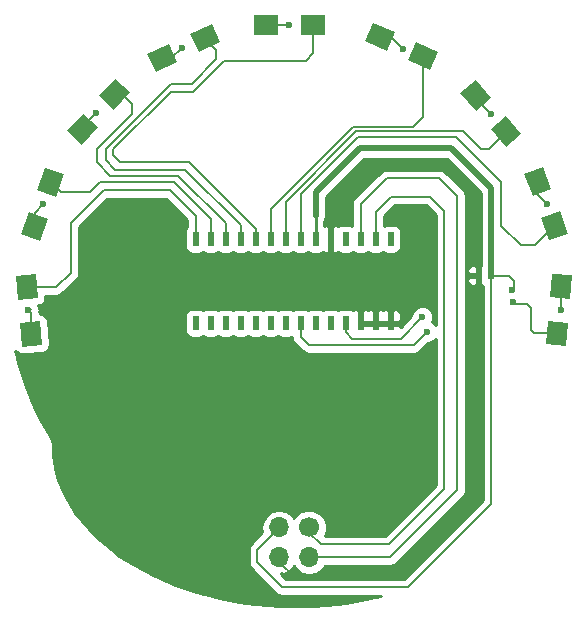
<source format=gbl>
G04 #@! TF.FileFunction,Copper,L2,Bot,Signal*
%FSLAX46Y46*%
G04 Gerber Fmt 4.6, Leading zero omitted, Abs format (unit mm)*
G04 Created by KiCad (PCBNEW 4.0.7) date 05/31/18 14:34:10*
%MOMM*%
%LPD*%
G01*
G04 APERTURE LIST*
%ADD10C,0.100000*%
%ADD11C,1.700000*%
%ADD12O,1.700000X1.700000*%
%ADD13R,0.600000X0.500000*%
%ADD14R,2.000000X1.700000*%
%ADD15R,0.508000X1.143000*%
%ADD16C,0.600000*%
%ADD17C,0.200000*%
%ADD18C,0.500000*%
%ADD19C,0.250000*%
%ADD20C,0.254000*%
G04 APERTURE END LIST*
D10*
D11*
X100406200Y-120421400D03*
D12*
X100406200Y-122961400D03*
X97866200Y-120421400D03*
X97866200Y-122961400D03*
D13*
X115805040Y-99100640D03*
X114705040Y-99100640D03*
D10*
G36*
X111290363Y-80148896D02*
X110598910Y-81701923D01*
X108771819Y-80888450D01*
X109463272Y-79335423D01*
X111290363Y-80148896D01*
X111290363Y-80148896D01*
G37*
G36*
X107636181Y-78521950D02*
X106944728Y-80074977D01*
X105117637Y-79261504D01*
X105809090Y-77708477D01*
X107636181Y-78521950D01*
X107636181Y-78521950D01*
G37*
G36*
X75548968Y-99142699D02*
X77242499Y-98994534D01*
X77416810Y-100986923D01*
X75723279Y-101135088D01*
X75548968Y-99142699D01*
X75548968Y-99142699D01*
G37*
G36*
X75897590Y-103127477D02*
X77591121Y-102979312D01*
X77765432Y-104971701D01*
X76071901Y-105119866D01*
X75897590Y-103127477D01*
X75897590Y-103127477D01*
G37*
G36*
X78052921Y-89955805D02*
X79650399Y-90537240D01*
X78966359Y-92416625D01*
X77368881Y-91835190D01*
X78052921Y-89955805D01*
X78052921Y-89955805D01*
G37*
G36*
X76684841Y-93714575D02*
X78282319Y-94296010D01*
X77598279Y-96175395D01*
X76000801Y-95593960D01*
X76684841Y-93714575D01*
X76684841Y-93714575D01*
G37*
G36*
X83925719Y-82444204D02*
X85189065Y-83581726D01*
X83850803Y-85068016D01*
X82587457Y-83930494D01*
X83925719Y-82444204D01*
X83925719Y-82444204D01*
G37*
G36*
X81249197Y-85416784D02*
X82512543Y-86554306D01*
X81174281Y-88040596D01*
X79910935Y-86903074D01*
X81249197Y-85416784D01*
X81249197Y-85416784D01*
G37*
G36*
X92123298Y-77819383D02*
X92841749Y-79360106D01*
X91029134Y-80205343D01*
X90310683Y-78664620D01*
X92123298Y-77819383D01*
X92123298Y-77819383D01*
G37*
G36*
X88498066Y-79509857D02*
X89216517Y-81050580D01*
X87403902Y-81895817D01*
X86685451Y-80355094D01*
X88498066Y-79509857D01*
X88498066Y-79509857D01*
G37*
D14*
X100755200Y-77876400D03*
X96755200Y-77876400D03*
D10*
G36*
X118352700Y-87146564D02*
X117050425Y-88239303D01*
X115764850Y-86707214D01*
X117067125Y-85614475D01*
X118352700Y-87146564D01*
X118352700Y-87146564D01*
G37*
G36*
X115781550Y-84082386D02*
X114479275Y-85175125D01*
X113193700Y-83643036D01*
X114495975Y-82550297D01*
X115781550Y-84082386D01*
X115781550Y-84082386D01*
G37*
G36*
X122271599Y-95543160D02*
X120674121Y-96124595D01*
X119990081Y-94245210D01*
X121587559Y-93663775D01*
X122271599Y-95543160D01*
X122271599Y-95543160D01*
G37*
G36*
X120903519Y-91784390D02*
X119306041Y-92365825D01*
X118622001Y-90486440D01*
X120219479Y-89905005D01*
X120903519Y-91784390D01*
X120903519Y-91784390D01*
G37*
G36*
X122149699Y-105069066D02*
X120456168Y-104920901D01*
X120630479Y-102928512D01*
X122324010Y-103076677D01*
X122149699Y-105069066D01*
X122149699Y-105069066D01*
G37*
G36*
X122498321Y-101084288D02*
X120804790Y-100936123D01*
X120979101Y-98943734D01*
X122672632Y-99091899D01*
X122498321Y-101084288D01*
X122498321Y-101084288D01*
G37*
D15*
X90766900Y-96024700D03*
X92036900Y-96024700D03*
X93306900Y-96024700D03*
X94576900Y-96024700D03*
X95846900Y-96024700D03*
X97116900Y-96024700D03*
X98386900Y-96024700D03*
X99656900Y-96024700D03*
X100926900Y-96024700D03*
X102196900Y-96024700D03*
X103466900Y-96024700D03*
X104736900Y-96024700D03*
X106006900Y-96024700D03*
X107276900Y-96024700D03*
X107276900Y-103136700D03*
X106006900Y-103136700D03*
X104736900Y-103136700D03*
X103466900Y-103136700D03*
X102196900Y-103136700D03*
X100926900Y-103136700D03*
X99656900Y-103136700D03*
X98386900Y-103136700D03*
X97116900Y-103136700D03*
X95846900Y-103136700D03*
X94576900Y-103136700D03*
X93306900Y-103136700D03*
X92036900Y-103136700D03*
X90766900Y-103136700D03*
D16*
X117602000Y-100360480D03*
X109971840Y-102651560D03*
X76611480Y-102011480D03*
X77871320Y-93040200D03*
X82336640Y-85308440D03*
X89611200Y-79822040D03*
X98719640Y-77917040D03*
X108356400Y-79898240D03*
X115783360Y-85440520D03*
X120548400Y-93080840D03*
X121732040Y-102031800D03*
X117683280Y-101366320D03*
X110363000Y-103855520D03*
D17*
X103466900Y-103136700D02*
X103466900Y-103913940D01*
X117287040Y-99100640D02*
X115805040Y-99100640D01*
X117713760Y-99527360D02*
X117287040Y-99100640D01*
X117713760Y-100248720D02*
X117713760Y-99527360D01*
X117602000Y-100360480D02*
X117713760Y-100248720D01*
X108153200Y-104470200D02*
X109971840Y-102651560D01*
X104023160Y-104470200D02*
X108153200Y-104470200D01*
X103466900Y-103913940D02*
X104023160Y-104470200D01*
D18*
X100926900Y-94033340D02*
X100926900Y-92052140D01*
X115805040Y-91725840D02*
X115805040Y-99100640D01*
X112395000Y-88315800D02*
X115805040Y-91725840D01*
X104663240Y-88315800D02*
X112395000Y-88315800D01*
X100926900Y-92052140D02*
X104663240Y-88315800D01*
D17*
X97866200Y-120421400D02*
X97866200Y-120456960D01*
X97866200Y-120456960D02*
X96001840Y-122321320D01*
X115805040Y-118443920D02*
X115805040Y-99100640D01*
X108742480Y-125506480D02*
X115805040Y-118443920D01*
X98125280Y-125506480D02*
X108742480Y-125506480D01*
X96001840Y-123383040D02*
X98125280Y-125506480D01*
X96001840Y-122321320D02*
X96001840Y-123383040D01*
D19*
X100926900Y-96024700D02*
X100926900Y-94033340D01*
D17*
X104736900Y-103136700D02*
X104736900Y-100688140D01*
X102196900Y-99189540D02*
X102196900Y-97950020D01*
X103266240Y-100258880D02*
X102196900Y-99189540D01*
X104307640Y-100258880D02*
X103266240Y-100258880D01*
X104736900Y-100688140D02*
X104307640Y-100258880D01*
X106006900Y-103136700D02*
X106006900Y-100490020D01*
X102196900Y-97950020D02*
X102196900Y-97076260D01*
X103916480Y-99669600D02*
X102196900Y-97950020D01*
X105186480Y-99669600D02*
X103916480Y-99669600D01*
X106006900Y-100490020D02*
X105186480Y-99669600D01*
X107276900Y-103136700D02*
X107276900Y-100083620D01*
X102196900Y-97076260D02*
X102196900Y-96024700D01*
X104043480Y-98922840D02*
X102196900Y-97076260D01*
X106116120Y-98922840D02*
X104043480Y-98922840D01*
X107276900Y-100083620D02*
X106116120Y-98922840D01*
X102196900Y-96024700D02*
X102196900Y-93108780D01*
X102196900Y-93108780D02*
X105704640Y-89601040D01*
X105704640Y-89601040D02*
X111831120Y-89601040D01*
X111831120Y-89601040D02*
X114705040Y-92474960D01*
X114705040Y-92474960D02*
X114705040Y-99100640D01*
X97866200Y-122961400D02*
X97866200Y-123347480D01*
X97866200Y-123347480D02*
X99435920Y-124917200D01*
X114730440Y-118456800D02*
X114730440Y-99019360D01*
X108270040Y-124917200D02*
X114730440Y-118456800D01*
X99435920Y-124917200D02*
X108270040Y-124917200D01*
X76831511Y-104049589D02*
X76831511Y-102231511D01*
X76831511Y-102231511D02*
X76611480Y-102011480D01*
X76831511Y-102053711D02*
X76733400Y-101955600D01*
X77141560Y-93769960D02*
X77141560Y-94944985D01*
X77871320Y-93040200D02*
X77141560Y-93769960D01*
X81211739Y-86728690D02*
X81211739Y-86433341D01*
X81211739Y-86433341D02*
X82336640Y-85308440D01*
X87950984Y-80702837D02*
X88730403Y-80702837D01*
X88730403Y-80702837D02*
X89611200Y-79822040D01*
X96755200Y-77876400D02*
X98679000Y-77876400D01*
X98679000Y-77876400D02*
X98719640Y-77917040D01*
X106376909Y-78891727D02*
X107349887Y-78891727D01*
X107349887Y-78891727D02*
X108356400Y-79898240D01*
X114487625Y-83862711D02*
X114487625Y-84144785D01*
X114487625Y-84144785D02*
X115783360Y-85440520D01*
X119762760Y-91135415D02*
X119762760Y-92295200D01*
X119762760Y-92295200D02*
X120548400Y-93080840D01*
X121738711Y-100014011D02*
X121738711Y-102025129D01*
X121738711Y-102025129D02*
X121732040Y-102031800D01*
X90766900Y-96024700D02*
X90766900Y-94063820D01*
X78974709Y-100064811D02*
X76482889Y-100064811D01*
X80187800Y-98851720D02*
X78974709Y-100064811D01*
X80187800Y-94660720D02*
X80187800Y-98851720D01*
X82981800Y-91866720D02*
X80187800Y-94660720D01*
X88569800Y-91866720D02*
X82981800Y-91866720D01*
X90766900Y-94063820D02*
X88569800Y-91866720D01*
X92036900Y-96024700D02*
X92036900Y-94272100D01*
X79357785Y-92034360D02*
X78509640Y-91186215D01*
X81864200Y-92034360D02*
X79357785Y-92034360D01*
X82702400Y-91196160D02*
X81864200Y-92034360D01*
X88960960Y-91196160D02*
X82702400Y-91196160D01*
X92036900Y-94272100D02*
X88960960Y-91196160D01*
X93306900Y-96024700D02*
X93306900Y-94648020D01*
X85384640Y-84602320D02*
X84538430Y-83756110D01*
X85384640Y-85440520D02*
X85384640Y-84602320D01*
X82423000Y-88402160D02*
X85384640Y-85440520D01*
X82423000Y-89519760D02*
X82423000Y-88402160D01*
X83540600Y-90637360D02*
X82423000Y-89519760D01*
X89296240Y-90637360D02*
X83540600Y-90637360D01*
X93306900Y-94648020D02*
X89296240Y-90637360D01*
X84538430Y-83756110D02*
X83888261Y-83756110D01*
X94576900Y-96024700D02*
X94576900Y-94856300D01*
X92537280Y-79973427D02*
X91576216Y-79012363D01*
X92537280Y-80802480D02*
X92537280Y-79973427D01*
X90469720Y-82870040D02*
X92537280Y-80802480D01*
X88681560Y-82870040D02*
X90469720Y-82870040D01*
X83149440Y-88402160D02*
X88681560Y-82870040D01*
X83149440Y-89296240D02*
X83149440Y-88402160D01*
X83987640Y-90134440D02*
X83149440Y-89296240D01*
X89855040Y-90134440D02*
X83987640Y-90134440D01*
X94576900Y-94856300D02*
X89855040Y-90134440D01*
X95846900Y-96024700D02*
X95846900Y-95120460D01*
X100755200Y-80240120D02*
X100755200Y-77876400D01*
X100081080Y-80914240D02*
X100755200Y-80240120D01*
X93207840Y-80914240D02*
X100081080Y-80914240D01*
X90581480Y-83540600D02*
X93207840Y-80914240D01*
X88681560Y-83540600D02*
X90581480Y-83540600D01*
X83823444Y-88398716D02*
X88681560Y-83540600D01*
X83823444Y-88908524D02*
X83823444Y-88398716D01*
X84378800Y-89463880D02*
X83823444Y-88908524D01*
X90190320Y-89463880D02*
X84378800Y-89463880D01*
X95846900Y-95120460D02*
X90190320Y-89463880D01*
X97116900Y-96024700D02*
X97116900Y-93499940D01*
X110031091Y-85650509D02*
X110031091Y-80518673D01*
X109194600Y-86487000D02*
X110031091Y-85650509D01*
X104129840Y-86487000D02*
X109194600Y-86487000D01*
X97116900Y-93499940D02*
X104129840Y-86487000D01*
X98386900Y-96024700D02*
X98386900Y-92834460D01*
X115583504Y-88402160D02*
X117058775Y-86926889D01*
X114914680Y-88402160D02*
X115583504Y-88402160D01*
X113405920Y-86893400D02*
X114914680Y-88402160D01*
X104327960Y-86893400D02*
X113405920Y-86893400D01*
X98386900Y-92834460D02*
X104327960Y-86893400D01*
X99656900Y-96024700D02*
X99656900Y-92235020D01*
X119515185Y-96509840D02*
X121130840Y-94894185D01*
X118303040Y-96509840D02*
X119515185Y-96509840D01*
X116662200Y-94869000D02*
X118303040Y-96509840D01*
X116662200Y-91150440D02*
X116662200Y-94869000D01*
X112852200Y-87340440D02*
X116662200Y-91150440D01*
X104551480Y-87340440D02*
X112852200Y-87340440D01*
X99656900Y-92235020D02*
X104551480Y-87340440D01*
X99656900Y-103136700D02*
X99656900Y-104264460D01*
X119447069Y-103998789D02*
X121390089Y-103998789D01*
X119166640Y-103718360D02*
X119447069Y-103998789D01*
X119166640Y-101843840D02*
X119166640Y-103718360D01*
X118831360Y-101508560D02*
X119166640Y-101843840D01*
X117825520Y-101508560D02*
X118831360Y-101508560D01*
X117683280Y-101366320D02*
X117825520Y-101508560D01*
X109245400Y-104973120D02*
X110363000Y-103855520D01*
X100365560Y-104973120D02*
X109245400Y-104973120D01*
X99656900Y-104264460D02*
X100365560Y-104973120D01*
X120837398Y-104551480D02*
X121390089Y-103998789D01*
X100406200Y-122961400D02*
X107213400Y-122961400D01*
X104736900Y-93078300D02*
X104736900Y-96024700D01*
X106954320Y-90860880D02*
X104736900Y-93078300D01*
X111394240Y-90860880D02*
X106954320Y-90860880D01*
X112938560Y-92405200D02*
X111394240Y-90860880D01*
X112938560Y-117236240D02*
X112938560Y-92405200D01*
X107213400Y-122961400D02*
X112938560Y-117236240D01*
X100406200Y-120421400D02*
X100406200Y-120858280D01*
X100406200Y-120858280D02*
X101396800Y-121848880D01*
X101396800Y-121848880D02*
X107121960Y-121848880D01*
X107121960Y-121848880D02*
X111836200Y-117134640D01*
X111836200Y-117134640D02*
X111836200Y-93670120D01*
X111836200Y-93670120D02*
X110586520Y-92420440D01*
X110586520Y-92420440D02*
X107325160Y-92420440D01*
X107325160Y-92420440D02*
X106006900Y-93738700D01*
X106006900Y-93738700D02*
X106006900Y-96024700D01*
D20*
G36*
X114920040Y-92092419D02*
X114920040Y-98286390D01*
X114832040Y-98374390D01*
X114832040Y-98975640D01*
X114852040Y-98975640D01*
X114852040Y-99225640D01*
X114832040Y-99225640D01*
X114832040Y-99826890D01*
X114990790Y-99985640D01*
X115070040Y-99985640D01*
X115070040Y-118139473D01*
X108438034Y-124771480D01*
X98429727Y-124771480D01*
X97993202Y-124334955D01*
X97993202Y-124282220D01*
X98223092Y-124402886D01*
X98747558Y-124156583D01*
X99137845Y-123728324D01*
X99137855Y-123728299D01*
X99327053Y-124011454D01*
X99808822Y-124333361D01*
X100377107Y-124446400D01*
X100435293Y-124446400D01*
X101003578Y-124333361D01*
X101485347Y-124011454D01*
X101695859Y-123696400D01*
X107213400Y-123696400D01*
X107494672Y-123640451D01*
X107733123Y-123481123D01*
X113458284Y-117755963D01*
X113617611Y-117517512D01*
X113631714Y-117446613D01*
X113673560Y-117236240D01*
X113673560Y-99384390D01*
X113770040Y-99384390D01*
X113770040Y-99476950D01*
X113866713Y-99710339D01*
X114045342Y-99888967D01*
X114278731Y-99985640D01*
X114419290Y-99985640D01*
X114578040Y-99826890D01*
X114578040Y-99225640D01*
X113928790Y-99225640D01*
X113770040Y-99384390D01*
X113673560Y-99384390D01*
X113673560Y-98724330D01*
X113770040Y-98724330D01*
X113770040Y-98816890D01*
X113928790Y-98975640D01*
X114578040Y-98975640D01*
X114578040Y-98374390D01*
X114419290Y-98215640D01*
X114278731Y-98215640D01*
X114045342Y-98312313D01*
X113866713Y-98490941D01*
X113770040Y-98724330D01*
X113673560Y-98724330D01*
X113673560Y-92405200D01*
X113617611Y-92123928D01*
X113578965Y-92066090D01*
X113458283Y-91885476D01*
X111913963Y-90341157D01*
X111675512Y-90181829D01*
X111674331Y-90181594D01*
X111394240Y-90125880D01*
X106954320Y-90125880D01*
X106743953Y-90167725D01*
X106673047Y-90181829D01*
X106434596Y-90341157D01*
X104217177Y-92558577D01*
X104057849Y-92797028D01*
X104001900Y-93078300D01*
X104001900Y-94876659D01*
X103972790Y-94856769D01*
X103720900Y-94805760D01*
X103212900Y-94805760D01*
X102977583Y-94850038D01*
X102836529Y-94940804D01*
X102810598Y-94914873D01*
X102577209Y-94818200D01*
X102482650Y-94818200D01*
X102323900Y-94976950D01*
X102323900Y-95897700D01*
X102343900Y-95897700D01*
X102343900Y-96151700D01*
X102323900Y-96151700D01*
X102323900Y-97072450D01*
X102482650Y-97231200D01*
X102577209Y-97231200D01*
X102810598Y-97134527D01*
X102837135Y-97107991D01*
X102961010Y-97192631D01*
X103212900Y-97243640D01*
X103720900Y-97243640D01*
X103956217Y-97199362D01*
X104102807Y-97105034D01*
X104231010Y-97192631D01*
X104482900Y-97243640D01*
X104990900Y-97243640D01*
X105226217Y-97199362D01*
X105372807Y-97105034D01*
X105501010Y-97192631D01*
X105752900Y-97243640D01*
X106260900Y-97243640D01*
X106496217Y-97199362D01*
X106642807Y-97105034D01*
X106771010Y-97192631D01*
X107022900Y-97243640D01*
X107530900Y-97243640D01*
X107766217Y-97199362D01*
X107982341Y-97060290D01*
X108127331Y-96848090D01*
X108178340Y-96596200D01*
X108178340Y-95453200D01*
X108134062Y-95217883D01*
X107994990Y-95001759D01*
X107782790Y-94856769D01*
X107530900Y-94805760D01*
X107022900Y-94805760D01*
X106787583Y-94850038D01*
X106741900Y-94879434D01*
X106741900Y-94043146D01*
X107629607Y-93155440D01*
X110282074Y-93155440D01*
X111101200Y-93974567D01*
X111101200Y-103271564D01*
X110893327Y-103063328D01*
X110825037Y-103034971D01*
X110906678Y-102838359D01*
X110907002Y-102466393D01*
X110764957Y-102122617D01*
X110502167Y-101859368D01*
X110158639Y-101716722D01*
X109786673Y-101716398D01*
X109442897Y-101858443D01*
X109179648Y-102121233D01*
X109037002Y-102464761D01*
X109036930Y-102547023D01*
X108163702Y-103420252D01*
X108007150Y-103263700D01*
X107403900Y-103263700D01*
X107403900Y-103283700D01*
X107149900Y-103283700D01*
X107149900Y-103263700D01*
X106133900Y-103263700D01*
X106133900Y-103283700D01*
X105879900Y-103283700D01*
X105879900Y-103263700D01*
X104863900Y-103263700D01*
X104863900Y-103283700D01*
X104609900Y-103283700D01*
X104609900Y-103263700D01*
X104589900Y-103263700D01*
X104589900Y-103009700D01*
X104609900Y-103009700D01*
X104609900Y-102088950D01*
X104863900Y-102088950D01*
X104863900Y-103009700D01*
X105879900Y-103009700D01*
X105879900Y-102088950D01*
X106133900Y-102088950D01*
X106133900Y-103009700D01*
X107149900Y-103009700D01*
X107149900Y-102088950D01*
X107403900Y-102088950D01*
X107403900Y-103009700D01*
X108007150Y-103009700D01*
X108165900Y-102850950D01*
X108165900Y-102438890D01*
X108069227Y-102205501D01*
X107890598Y-102026873D01*
X107657209Y-101930200D01*
X107562650Y-101930200D01*
X107403900Y-102088950D01*
X107149900Y-102088950D01*
X106991150Y-101930200D01*
X106896591Y-101930200D01*
X106663202Y-102026873D01*
X106641900Y-102048175D01*
X106620598Y-102026873D01*
X106387209Y-101930200D01*
X106292650Y-101930200D01*
X106133900Y-102088950D01*
X105879900Y-102088950D01*
X105721150Y-101930200D01*
X105626591Y-101930200D01*
X105393202Y-102026873D01*
X105371900Y-102048175D01*
X105350598Y-102026873D01*
X105117209Y-101930200D01*
X105022650Y-101930200D01*
X104863900Y-102088950D01*
X104609900Y-102088950D01*
X104451150Y-101930200D01*
X104356591Y-101930200D01*
X104123202Y-102026873D01*
X104096665Y-102053409D01*
X103972790Y-101968769D01*
X103720900Y-101917760D01*
X103212900Y-101917760D01*
X102977583Y-101962038D01*
X102830993Y-102056366D01*
X102702790Y-101968769D01*
X102450900Y-101917760D01*
X101942900Y-101917760D01*
X101707583Y-101962038D01*
X101560993Y-102056366D01*
X101432790Y-101968769D01*
X101180900Y-101917760D01*
X100672900Y-101917760D01*
X100437583Y-101962038D01*
X100290993Y-102056366D01*
X100162790Y-101968769D01*
X99910900Y-101917760D01*
X99402900Y-101917760D01*
X99167583Y-101962038D01*
X99020993Y-102056366D01*
X98892790Y-101968769D01*
X98640900Y-101917760D01*
X98132900Y-101917760D01*
X97897583Y-101962038D01*
X97750993Y-102056366D01*
X97622790Y-101968769D01*
X97370900Y-101917760D01*
X96862900Y-101917760D01*
X96627583Y-101962038D01*
X96480993Y-102056366D01*
X96352790Y-101968769D01*
X96100900Y-101917760D01*
X95592900Y-101917760D01*
X95357583Y-101962038D01*
X95210993Y-102056366D01*
X95082790Y-101968769D01*
X94830900Y-101917760D01*
X94322900Y-101917760D01*
X94087583Y-101962038D01*
X93940993Y-102056366D01*
X93812790Y-101968769D01*
X93560900Y-101917760D01*
X93052900Y-101917760D01*
X92817583Y-101962038D01*
X92670993Y-102056366D01*
X92542790Y-101968769D01*
X92290900Y-101917760D01*
X91782900Y-101917760D01*
X91547583Y-101962038D01*
X91400993Y-102056366D01*
X91272790Y-101968769D01*
X91020900Y-101917760D01*
X90512900Y-101917760D01*
X90277583Y-101962038D01*
X90061459Y-102101110D01*
X89916469Y-102313310D01*
X89865460Y-102565200D01*
X89865460Y-103708200D01*
X89909738Y-103943517D01*
X90048810Y-104159641D01*
X90261010Y-104304631D01*
X90512900Y-104355640D01*
X91020900Y-104355640D01*
X91256217Y-104311362D01*
X91402807Y-104217034D01*
X91531010Y-104304631D01*
X91782900Y-104355640D01*
X92290900Y-104355640D01*
X92526217Y-104311362D01*
X92672807Y-104217034D01*
X92801010Y-104304631D01*
X93052900Y-104355640D01*
X93560900Y-104355640D01*
X93796217Y-104311362D01*
X93942807Y-104217034D01*
X94071010Y-104304631D01*
X94322900Y-104355640D01*
X94830900Y-104355640D01*
X95066217Y-104311362D01*
X95212807Y-104217034D01*
X95341010Y-104304631D01*
X95592900Y-104355640D01*
X96100900Y-104355640D01*
X96336217Y-104311362D01*
X96482807Y-104217034D01*
X96611010Y-104304631D01*
X96862900Y-104355640D01*
X97370900Y-104355640D01*
X97606217Y-104311362D01*
X97752807Y-104217034D01*
X97881010Y-104304631D01*
X98132900Y-104355640D01*
X98640900Y-104355640D01*
X98876217Y-104311362D01*
X98924987Y-104279979D01*
X98960001Y-104456003D01*
X98977849Y-104545732D01*
X99137177Y-104784183D01*
X99845837Y-105492844D01*
X100084288Y-105652171D01*
X100365560Y-105708120D01*
X109245400Y-105708120D01*
X109526672Y-105652171D01*
X109765123Y-105492843D01*
X110467355Y-104790612D01*
X110548167Y-104790682D01*
X110891943Y-104648637D01*
X111101200Y-104439745D01*
X111101200Y-116830193D01*
X106817514Y-121113880D01*
X101726592Y-121113880D01*
X101890942Y-120718081D01*
X101891457Y-120127311D01*
X101665856Y-119581314D01*
X101248483Y-119163212D01*
X100702881Y-118936658D01*
X100112111Y-118936143D01*
X99566114Y-119161744D01*
X99148012Y-119579117D01*
X99123545Y-119638039D01*
X98945347Y-119371346D01*
X98463578Y-119049439D01*
X97895293Y-118936400D01*
X97837107Y-118936400D01*
X97268822Y-119049439D01*
X96787053Y-119371346D01*
X96465146Y-119853115D01*
X96352107Y-120421400D01*
X96436756Y-120846958D01*
X95482117Y-121801597D01*
X95322789Y-122040048D01*
X95266840Y-122321320D01*
X95266840Y-123383040D01*
X95322789Y-123664312D01*
X95482117Y-123902763D01*
X97605557Y-126026204D01*
X97844008Y-126185531D01*
X98125280Y-126241480D01*
X106460907Y-126241480D01*
X105967468Y-126357583D01*
X104773445Y-126606338D01*
X103534391Y-126804587D01*
X102687653Y-126904203D01*
X101799324Y-127002906D01*
X100670170Y-127052000D01*
X97860510Y-127052000D01*
X96976858Y-127002908D01*
X95839014Y-126903965D01*
X94452923Y-126705952D01*
X93158873Y-126457096D01*
X92720720Y-126359729D01*
X91917002Y-126158800D01*
X91917001Y-126158799D01*
X91510602Y-126057200D01*
X91510601Y-126057199D01*
X91125931Y-125961032D01*
X90039352Y-125615302D01*
X89050255Y-125269118D01*
X87966566Y-124825791D01*
X87127149Y-124430771D01*
X86239739Y-123987066D01*
X85309182Y-123448321D01*
X84331308Y-122812703D01*
X83499450Y-122176576D01*
X82672215Y-121495323D01*
X82340846Y-121163954D01*
X82340843Y-121163952D01*
X81842140Y-120665248D01*
X81213782Y-119988556D01*
X80594335Y-119178510D01*
X80109826Y-118403297D01*
X79776810Y-117832412D01*
X79489234Y-117209332D01*
X79155583Y-116446701D01*
X78972388Y-115805520D01*
X78779855Y-114890989D01*
X78688000Y-114202074D01*
X78688000Y-113334800D01*
X78680004Y-113294602D01*
X78683359Y-113253753D01*
X78653197Y-113159835D01*
X78633954Y-113063095D01*
X78611185Y-113029018D01*
X78598652Y-112989994D01*
X78344652Y-112532794D01*
X78341834Y-112529471D01*
X78340452Y-112525341D01*
X77934053Y-111814141D01*
X77931934Y-111811703D01*
X77930883Y-111808651D01*
X77591076Y-111226125D01*
X77198493Y-110391887D01*
X76856585Y-109659226D01*
X76664053Y-109129762D01*
X76656234Y-109116867D01*
X76653322Y-109102068D01*
X76309588Y-108267289D01*
X76064881Y-107484225D01*
X76064362Y-107483274D01*
X76064244Y-107482197D01*
X75768772Y-106546536D01*
X75572293Y-105662379D01*
X75572293Y-105662378D01*
X75525152Y-105450246D01*
X75648923Y-105610037D01*
X75872952Y-105735981D01*
X76128329Y-105764842D01*
X77821860Y-105616677D01*
X78052422Y-105552059D01*
X78255603Y-105394679D01*
X78381547Y-105170651D01*
X78410408Y-104915273D01*
X78236097Y-102922884D01*
X78171479Y-102692322D01*
X78014099Y-102489141D01*
X77790070Y-102363197D01*
X77566511Y-102337932D01*
X77566511Y-102231511D01*
X77548827Y-102142609D01*
X77566510Y-102053711D01*
X77546531Y-101953271D01*
X77546642Y-101826313D01*
X77466554Y-101632484D01*
X77473238Y-101631899D01*
X77703800Y-101567281D01*
X77906981Y-101409901D01*
X78032925Y-101185873D01*
X78061786Y-100930495D01*
X78050353Y-100799811D01*
X78974709Y-100799811D01*
X79255981Y-100743862D01*
X79494432Y-100584534D01*
X80707524Y-99371443D01*
X80866851Y-99132992D01*
X80874327Y-99095409D01*
X80922800Y-98851720D01*
X80922800Y-94965166D01*
X83286247Y-92601720D01*
X88265354Y-92601720D01*
X90031900Y-94368267D01*
X90031900Y-95032371D01*
X89916469Y-95201310D01*
X89865460Y-95453200D01*
X89865460Y-96596200D01*
X89909738Y-96831517D01*
X90048810Y-97047641D01*
X90261010Y-97192631D01*
X90512900Y-97243640D01*
X91020900Y-97243640D01*
X91256217Y-97199362D01*
X91402807Y-97105034D01*
X91531010Y-97192631D01*
X91782900Y-97243640D01*
X92290900Y-97243640D01*
X92526217Y-97199362D01*
X92672807Y-97105034D01*
X92801010Y-97192631D01*
X93052900Y-97243640D01*
X93560900Y-97243640D01*
X93796217Y-97199362D01*
X93942807Y-97105034D01*
X94071010Y-97192631D01*
X94322900Y-97243640D01*
X94830900Y-97243640D01*
X95066217Y-97199362D01*
X95212807Y-97105034D01*
X95341010Y-97192631D01*
X95592900Y-97243640D01*
X96100900Y-97243640D01*
X96336217Y-97199362D01*
X96482807Y-97105034D01*
X96611010Y-97192631D01*
X96862900Y-97243640D01*
X97370900Y-97243640D01*
X97606217Y-97199362D01*
X97752807Y-97105034D01*
X97881010Y-97192631D01*
X98132900Y-97243640D01*
X98640900Y-97243640D01*
X98876217Y-97199362D01*
X99022807Y-97105034D01*
X99151010Y-97192631D01*
X99402900Y-97243640D01*
X99910900Y-97243640D01*
X100146217Y-97199362D01*
X100292807Y-97105034D01*
X100421010Y-97192631D01*
X100672900Y-97243640D01*
X101180900Y-97243640D01*
X101416217Y-97199362D01*
X101557271Y-97108596D01*
X101583202Y-97134527D01*
X101816591Y-97231200D01*
X101911150Y-97231200D01*
X102069900Y-97072450D01*
X102069900Y-96151700D01*
X102049900Y-96151700D01*
X102049900Y-95897700D01*
X102069900Y-95897700D01*
X102069900Y-94976950D01*
X101911150Y-94818200D01*
X101816591Y-94818200D01*
X101686900Y-94871920D01*
X101686900Y-94458269D01*
X101744533Y-94372015D01*
X101811900Y-94033340D01*
X101811900Y-92418720D01*
X105029819Y-89200800D01*
X112028420Y-89200800D01*
X114920040Y-92092419D01*
X114920040Y-92092419D01*
G37*
X114920040Y-92092419D02*
X114920040Y-98286390D01*
X114832040Y-98374390D01*
X114832040Y-98975640D01*
X114852040Y-98975640D01*
X114852040Y-99225640D01*
X114832040Y-99225640D01*
X114832040Y-99826890D01*
X114990790Y-99985640D01*
X115070040Y-99985640D01*
X115070040Y-118139473D01*
X108438034Y-124771480D01*
X98429727Y-124771480D01*
X97993202Y-124334955D01*
X97993202Y-124282220D01*
X98223092Y-124402886D01*
X98747558Y-124156583D01*
X99137845Y-123728324D01*
X99137855Y-123728299D01*
X99327053Y-124011454D01*
X99808822Y-124333361D01*
X100377107Y-124446400D01*
X100435293Y-124446400D01*
X101003578Y-124333361D01*
X101485347Y-124011454D01*
X101695859Y-123696400D01*
X107213400Y-123696400D01*
X107494672Y-123640451D01*
X107733123Y-123481123D01*
X113458284Y-117755963D01*
X113617611Y-117517512D01*
X113631714Y-117446613D01*
X113673560Y-117236240D01*
X113673560Y-99384390D01*
X113770040Y-99384390D01*
X113770040Y-99476950D01*
X113866713Y-99710339D01*
X114045342Y-99888967D01*
X114278731Y-99985640D01*
X114419290Y-99985640D01*
X114578040Y-99826890D01*
X114578040Y-99225640D01*
X113928790Y-99225640D01*
X113770040Y-99384390D01*
X113673560Y-99384390D01*
X113673560Y-98724330D01*
X113770040Y-98724330D01*
X113770040Y-98816890D01*
X113928790Y-98975640D01*
X114578040Y-98975640D01*
X114578040Y-98374390D01*
X114419290Y-98215640D01*
X114278731Y-98215640D01*
X114045342Y-98312313D01*
X113866713Y-98490941D01*
X113770040Y-98724330D01*
X113673560Y-98724330D01*
X113673560Y-92405200D01*
X113617611Y-92123928D01*
X113578965Y-92066090D01*
X113458283Y-91885476D01*
X111913963Y-90341157D01*
X111675512Y-90181829D01*
X111674331Y-90181594D01*
X111394240Y-90125880D01*
X106954320Y-90125880D01*
X106743953Y-90167725D01*
X106673047Y-90181829D01*
X106434596Y-90341157D01*
X104217177Y-92558577D01*
X104057849Y-92797028D01*
X104001900Y-93078300D01*
X104001900Y-94876659D01*
X103972790Y-94856769D01*
X103720900Y-94805760D01*
X103212900Y-94805760D01*
X102977583Y-94850038D01*
X102836529Y-94940804D01*
X102810598Y-94914873D01*
X102577209Y-94818200D01*
X102482650Y-94818200D01*
X102323900Y-94976950D01*
X102323900Y-95897700D01*
X102343900Y-95897700D01*
X102343900Y-96151700D01*
X102323900Y-96151700D01*
X102323900Y-97072450D01*
X102482650Y-97231200D01*
X102577209Y-97231200D01*
X102810598Y-97134527D01*
X102837135Y-97107991D01*
X102961010Y-97192631D01*
X103212900Y-97243640D01*
X103720900Y-97243640D01*
X103956217Y-97199362D01*
X104102807Y-97105034D01*
X104231010Y-97192631D01*
X104482900Y-97243640D01*
X104990900Y-97243640D01*
X105226217Y-97199362D01*
X105372807Y-97105034D01*
X105501010Y-97192631D01*
X105752900Y-97243640D01*
X106260900Y-97243640D01*
X106496217Y-97199362D01*
X106642807Y-97105034D01*
X106771010Y-97192631D01*
X107022900Y-97243640D01*
X107530900Y-97243640D01*
X107766217Y-97199362D01*
X107982341Y-97060290D01*
X108127331Y-96848090D01*
X108178340Y-96596200D01*
X108178340Y-95453200D01*
X108134062Y-95217883D01*
X107994990Y-95001759D01*
X107782790Y-94856769D01*
X107530900Y-94805760D01*
X107022900Y-94805760D01*
X106787583Y-94850038D01*
X106741900Y-94879434D01*
X106741900Y-94043146D01*
X107629607Y-93155440D01*
X110282074Y-93155440D01*
X111101200Y-93974567D01*
X111101200Y-103271564D01*
X110893327Y-103063328D01*
X110825037Y-103034971D01*
X110906678Y-102838359D01*
X110907002Y-102466393D01*
X110764957Y-102122617D01*
X110502167Y-101859368D01*
X110158639Y-101716722D01*
X109786673Y-101716398D01*
X109442897Y-101858443D01*
X109179648Y-102121233D01*
X109037002Y-102464761D01*
X109036930Y-102547023D01*
X108163702Y-103420252D01*
X108007150Y-103263700D01*
X107403900Y-103263700D01*
X107403900Y-103283700D01*
X107149900Y-103283700D01*
X107149900Y-103263700D01*
X106133900Y-103263700D01*
X106133900Y-103283700D01*
X105879900Y-103283700D01*
X105879900Y-103263700D01*
X104863900Y-103263700D01*
X104863900Y-103283700D01*
X104609900Y-103283700D01*
X104609900Y-103263700D01*
X104589900Y-103263700D01*
X104589900Y-103009700D01*
X104609900Y-103009700D01*
X104609900Y-102088950D01*
X104863900Y-102088950D01*
X104863900Y-103009700D01*
X105879900Y-103009700D01*
X105879900Y-102088950D01*
X106133900Y-102088950D01*
X106133900Y-103009700D01*
X107149900Y-103009700D01*
X107149900Y-102088950D01*
X107403900Y-102088950D01*
X107403900Y-103009700D01*
X108007150Y-103009700D01*
X108165900Y-102850950D01*
X108165900Y-102438890D01*
X108069227Y-102205501D01*
X107890598Y-102026873D01*
X107657209Y-101930200D01*
X107562650Y-101930200D01*
X107403900Y-102088950D01*
X107149900Y-102088950D01*
X106991150Y-101930200D01*
X106896591Y-101930200D01*
X106663202Y-102026873D01*
X106641900Y-102048175D01*
X106620598Y-102026873D01*
X106387209Y-101930200D01*
X106292650Y-101930200D01*
X106133900Y-102088950D01*
X105879900Y-102088950D01*
X105721150Y-101930200D01*
X105626591Y-101930200D01*
X105393202Y-102026873D01*
X105371900Y-102048175D01*
X105350598Y-102026873D01*
X105117209Y-101930200D01*
X105022650Y-101930200D01*
X104863900Y-102088950D01*
X104609900Y-102088950D01*
X104451150Y-101930200D01*
X104356591Y-101930200D01*
X104123202Y-102026873D01*
X104096665Y-102053409D01*
X103972790Y-101968769D01*
X103720900Y-101917760D01*
X103212900Y-101917760D01*
X102977583Y-101962038D01*
X102830993Y-102056366D01*
X102702790Y-101968769D01*
X102450900Y-101917760D01*
X101942900Y-101917760D01*
X101707583Y-101962038D01*
X101560993Y-102056366D01*
X101432790Y-101968769D01*
X101180900Y-101917760D01*
X100672900Y-101917760D01*
X100437583Y-101962038D01*
X100290993Y-102056366D01*
X100162790Y-101968769D01*
X99910900Y-101917760D01*
X99402900Y-101917760D01*
X99167583Y-101962038D01*
X99020993Y-102056366D01*
X98892790Y-101968769D01*
X98640900Y-101917760D01*
X98132900Y-101917760D01*
X97897583Y-101962038D01*
X97750993Y-102056366D01*
X97622790Y-101968769D01*
X97370900Y-101917760D01*
X96862900Y-101917760D01*
X96627583Y-101962038D01*
X96480993Y-102056366D01*
X96352790Y-101968769D01*
X96100900Y-101917760D01*
X95592900Y-101917760D01*
X95357583Y-101962038D01*
X95210993Y-102056366D01*
X95082790Y-101968769D01*
X94830900Y-101917760D01*
X94322900Y-101917760D01*
X94087583Y-101962038D01*
X93940993Y-102056366D01*
X93812790Y-101968769D01*
X93560900Y-101917760D01*
X93052900Y-101917760D01*
X92817583Y-101962038D01*
X92670993Y-102056366D01*
X92542790Y-101968769D01*
X92290900Y-101917760D01*
X91782900Y-101917760D01*
X91547583Y-101962038D01*
X91400993Y-102056366D01*
X91272790Y-101968769D01*
X91020900Y-101917760D01*
X90512900Y-101917760D01*
X90277583Y-101962038D01*
X90061459Y-102101110D01*
X89916469Y-102313310D01*
X89865460Y-102565200D01*
X89865460Y-103708200D01*
X89909738Y-103943517D01*
X90048810Y-104159641D01*
X90261010Y-104304631D01*
X90512900Y-104355640D01*
X91020900Y-104355640D01*
X91256217Y-104311362D01*
X91402807Y-104217034D01*
X91531010Y-104304631D01*
X91782900Y-104355640D01*
X92290900Y-104355640D01*
X92526217Y-104311362D01*
X92672807Y-104217034D01*
X92801010Y-104304631D01*
X93052900Y-104355640D01*
X93560900Y-104355640D01*
X93796217Y-104311362D01*
X93942807Y-104217034D01*
X94071010Y-104304631D01*
X94322900Y-104355640D01*
X94830900Y-104355640D01*
X95066217Y-104311362D01*
X95212807Y-104217034D01*
X95341010Y-104304631D01*
X95592900Y-104355640D01*
X96100900Y-104355640D01*
X96336217Y-104311362D01*
X96482807Y-104217034D01*
X96611010Y-104304631D01*
X96862900Y-104355640D01*
X97370900Y-104355640D01*
X97606217Y-104311362D01*
X97752807Y-104217034D01*
X97881010Y-104304631D01*
X98132900Y-104355640D01*
X98640900Y-104355640D01*
X98876217Y-104311362D01*
X98924987Y-104279979D01*
X98960001Y-104456003D01*
X98977849Y-104545732D01*
X99137177Y-104784183D01*
X99845837Y-105492844D01*
X100084288Y-105652171D01*
X100365560Y-105708120D01*
X109245400Y-105708120D01*
X109526672Y-105652171D01*
X109765123Y-105492843D01*
X110467355Y-104790612D01*
X110548167Y-104790682D01*
X110891943Y-104648637D01*
X111101200Y-104439745D01*
X111101200Y-116830193D01*
X106817514Y-121113880D01*
X101726592Y-121113880D01*
X101890942Y-120718081D01*
X101891457Y-120127311D01*
X101665856Y-119581314D01*
X101248483Y-119163212D01*
X100702881Y-118936658D01*
X100112111Y-118936143D01*
X99566114Y-119161744D01*
X99148012Y-119579117D01*
X99123545Y-119638039D01*
X98945347Y-119371346D01*
X98463578Y-119049439D01*
X97895293Y-118936400D01*
X97837107Y-118936400D01*
X97268822Y-119049439D01*
X96787053Y-119371346D01*
X96465146Y-119853115D01*
X96352107Y-120421400D01*
X96436756Y-120846958D01*
X95482117Y-121801597D01*
X95322789Y-122040048D01*
X95266840Y-122321320D01*
X95266840Y-123383040D01*
X95322789Y-123664312D01*
X95482117Y-123902763D01*
X97605557Y-126026204D01*
X97844008Y-126185531D01*
X98125280Y-126241480D01*
X106460907Y-126241480D01*
X105967468Y-126357583D01*
X104773445Y-126606338D01*
X103534391Y-126804587D01*
X102687653Y-126904203D01*
X101799324Y-127002906D01*
X100670170Y-127052000D01*
X97860510Y-127052000D01*
X96976858Y-127002908D01*
X95839014Y-126903965D01*
X94452923Y-126705952D01*
X93158873Y-126457096D01*
X92720720Y-126359729D01*
X91917002Y-126158800D01*
X91917001Y-126158799D01*
X91510602Y-126057200D01*
X91510601Y-126057199D01*
X91125931Y-125961032D01*
X90039352Y-125615302D01*
X89050255Y-125269118D01*
X87966566Y-124825791D01*
X87127149Y-124430771D01*
X86239739Y-123987066D01*
X85309182Y-123448321D01*
X84331308Y-122812703D01*
X83499450Y-122176576D01*
X82672215Y-121495323D01*
X82340846Y-121163954D01*
X82340843Y-121163952D01*
X81842140Y-120665248D01*
X81213782Y-119988556D01*
X80594335Y-119178510D01*
X80109826Y-118403297D01*
X79776810Y-117832412D01*
X79489234Y-117209332D01*
X79155583Y-116446701D01*
X78972388Y-115805520D01*
X78779855Y-114890989D01*
X78688000Y-114202074D01*
X78688000Y-113334800D01*
X78680004Y-113294602D01*
X78683359Y-113253753D01*
X78653197Y-113159835D01*
X78633954Y-113063095D01*
X78611185Y-113029018D01*
X78598652Y-112989994D01*
X78344652Y-112532794D01*
X78341834Y-112529471D01*
X78340452Y-112525341D01*
X77934053Y-111814141D01*
X77931934Y-111811703D01*
X77930883Y-111808651D01*
X77591076Y-111226125D01*
X77198493Y-110391887D01*
X76856585Y-109659226D01*
X76664053Y-109129762D01*
X76656234Y-109116867D01*
X76653322Y-109102068D01*
X76309588Y-108267289D01*
X76064881Y-107484225D01*
X76064362Y-107483274D01*
X76064244Y-107482197D01*
X75768772Y-106546536D01*
X75572293Y-105662379D01*
X75572293Y-105662378D01*
X75525152Y-105450246D01*
X75648923Y-105610037D01*
X75872952Y-105735981D01*
X76128329Y-105764842D01*
X77821860Y-105616677D01*
X78052422Y-105552059D01*
X78255603Y-105394679D01*
X78381547Y-105170651D01*
X78410408Y-104915273D01*
X78236097Y-102922884D01*
X78171479Y-102692322D01*
X78014099Y-102489141D01*
X77790070Y-102363197D01*
X77566511Y-102337932D01*
X77566511Y-102231511D01*
X77548827Y-102142609D01*
X77566510Y-102053711D01*
X77546531Y-101953271D01*
X77546642Y-101826313D01*
X77466554Y-101632484D01*
X77473238Y-101631899D01*
X77703800Y-101567281D01*
X77906981Y-101409901D01*
X78032925Y-101185873D01*
X78061786Y-100930495D01*
X78050353Y-100799811D01*
X78974709Y-100799811D01*
X79255981Y-100743862D01*
X79494432Y-100584534D01*
X80707524Y-99371443D01*
X80866851Y-99132992D01*
X80874327Y-99095409D01*
X80922800Y-98851720D01*
X80922800Y-94965166D01*
X83286247Y-92601720D01*
X88265354Y-92601720D01*
X90031900Y-94368267D01*
X90031900Y-95032371D01*
X89916469Y-95201310D01*
X89865460Y-95453200D01*
X89865460Y-96596200D01*
X89909738Y-96831517D01*
X90048810Y-97047641D01*
X90261010Y-97192631D01*
X90512900Y-97243640D01*
X91020900Y-97243640D01*
X91256217Y-97199362D01*
X91402807Y-97105034D01*
X91531010Y-97192631D01*
X91782900Y-97243640D01*
X92290900Y-97243640D01*
X92526217Y-97199362D01*
X92672807Y-97105034D01*
X92801010Y-97192631D01*
X93052900Y-97243640D01*
X93560900Y-97243640D01*
X93796217Y-97199362D01*
X93942807Y-97105034D01*
X94071010Y-97192631D01*
X94322900Y-97243640D01*
X94830900Y-97243640D01*
X95066217Y-97199362D01*
X95212807Y-97105034D01*
X95341010Y-97192631D01*
X95592900Y-97243640D01*
X96100900Y-97243640D01*
X96336217Y-97199362D01*
X96482807Y-97105034D01*
X96611010Y-97192631D01*
X96862900Y-97243640D01*
X97370900Y-97243640D01*
X97606217Y-97199362D01*
X97752807Y-97105034D01*
X97881010Y-97192631D01*
X98132900Y-97243640D01*
X98640900Y-97243640D01*
X98876217Y-97199362D01*
X99022807Y-97105034D01*
X99151010Y-97192631D01*
X99402900Y-97243640D01*
X99910900Y-97243640D01*
X100146217Y-97199362D01*
X100292807Y-97105034D01*
X100421010Y-97192631D01*
X100672900Y-97243640D01*
X101180900Y-97243640D01*
X101416217Y-97199362D01*
X101557271Y-97108596D01*
X101583202Y-97134527D01*
X101816591Y-97231200D01*
X101911150Y-97231200D01*
X102069900Y-97072450D01*
X102069900Y-96151700D01*
X102049900Y-96151700D01*
X102049900Y-95897700D01*
X102069900Y-95897700D01*
X102069900Y-94976950D01*
X101911150Y-94818200D01*
X101816591Y-94818200D01*
X101686900Y-94871920D01*
X101686900Y-94458269D01*
X101744533Y-94372015D01*
X101811900Y-94033340D01*
X101811900Y-92418720D01*
X105029819Y-89200800D01*
X112028420Y-89200800D01*
X114920040Y-92092419D01*
G36*
X97993200Y-122834400D02*
X98013200Y-122834400D01*
X98013200Y-123088400D01*
X97993200Y-123088400D01*
X97993200Y-123108400D01*
X97739200Y-123108400D01*
X97739200Y-123088400D01*
X97719200Y-123088400D01*
X97719200Y-122834400D01*
X97739200Y-122834400D01*
X97739200Y-122814400D01*
X97993200Y-122814400D01*
X97993200Y-122834400D01*
X97993200Y-122834400D01*
G37*
X97993200Y-122834400D02*
X98013200Y-122834400D01*
X98013200Y-123088400D01*
X97993200Y-123088400D01*
X97993200Y-123108400D01*
X97739200Y-123108400D01*
X97739200Y-123088400D01*
X97719200Y-123088400D01*
X97719200Y-122834400D01*
X97739200Y-122834400D01*
X97739200Y-122814400D01*
X97993200Y-122814400D01*
X97993200Y-122834400D01*
M02*

</source>
